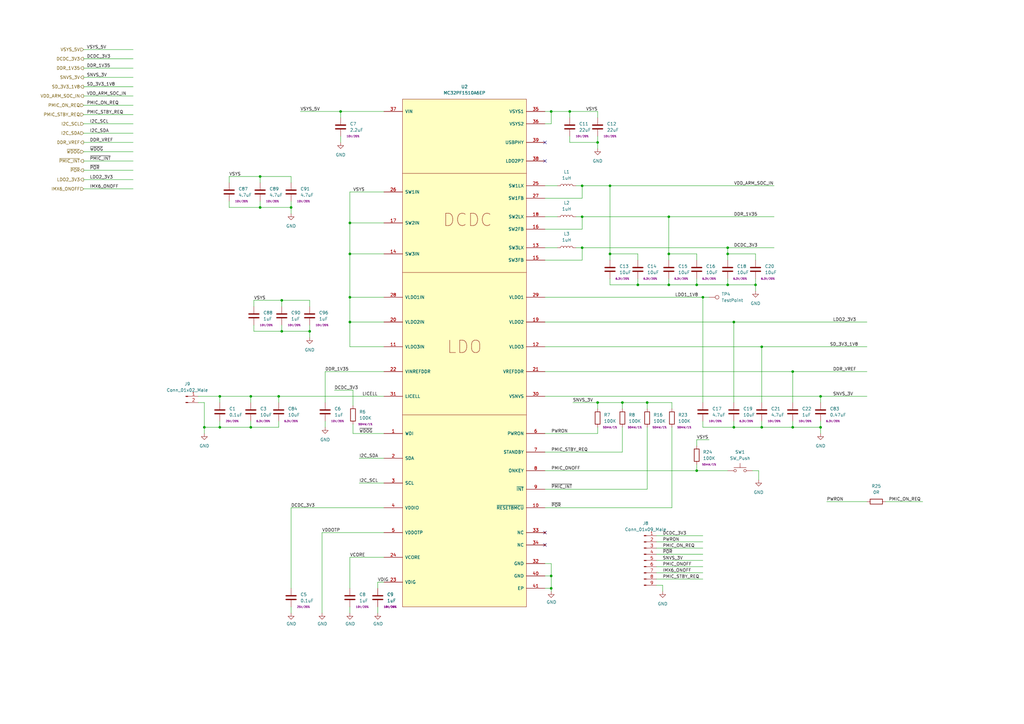
<source format=kicad_sch>
(kicad_sch (version 20211123) (generator eeschema)
  (paper "A3")
  (lib_symbols
    (symbol "Connector:Conn_01x02_Male" (pin_names (offset 1.016) hide)
      (property "Reference" "J" (at 0 2.54 0))
      (property "Value" "Conn_01x02_Male" (at 0 -5.08 0))
      (symbol "Conn_01x02_Male_1_1"
        (polyline (pts (xy 1.27 -2.54) (xy 0.8636 -2.54)) (stroke (width 0.1524)))
        (polyline (pts (xy 1.27 0) (xy 0.8636 0)) (stroke (width 0.1524)))
        (rectangle (start 0.8636 -2.413) (end 0 -2.667) (stroke (width 0.1524)) (fill (type outline)))
        (rectangle (start 0.8636 0.127) (end 0 -0.127) (stroke (width 0.1524)) (fill (type outline)))
        (pin passive line (at 5.08 0 180) (length 3.81) (name "Pin_1") (number "1"))
        (pin passive line (at 5.08 -2.54 180) (length 3.81) (name "Pin_2") (number "2"))
      )
    )
    (symbol "Connector:Conn_01x09_Male" (pin_names (offset 1.016) hide)
      (property "Reference" "J" (at 0 12.7 0))
      (property "Value" "Conn_01x09_Male" (at 0 -12.7 0))
      (symbol "Conn_01x09_Male_1_1"
        (polyline (pts (xy 1.27 -10.16) (xy 0.8636 -10.16)) (stroke (width 0.1524)))
        (polyline (pts (xy 1.27 -7.62) (xy 0.8636 -7.62)) (stroke (width 0.1524)))
        (polyline (pts (xy 1.27 -5.08) (xy 0.8636 -5.08)) (stroke (width 0.1524)))
        (polyline (pts (xy 1.27 -2.54) (xy 0.8636 -2.54)) (stroke (width 0.1524)))
        (polyline (pts (xy 1.27 0) (xy 0.8636 0)) (stroke (width 0.1524)))
        (polyline (pts (xy 1.27 2.54) (xy 0.8636 2.54)) (stroke (width 0.1524)))
        (polyline (pts (xy 1.27 5.08) (xy 0.8636 5.08)) (stroke (width 0.1524)))
        (polyline (pts (xy 1.27 7.62) (xy 0.8636 7.62)) (stroke (width 0.1524)))
        (polyline (pts (xy 1.27 10.16) (xy 0.8636 10.16)) (stroke (width 0.1524)))
        (rectangle (start 0.8636 -10.033) (end 0 -10.287) (stroke (width 0.1524)) (fill (type outline)))
        (rectangle (start 0.8636 -7.493) (end 0 -7.747) (stroke (width 0.1524)) (fill (type outline)))
        (rectangle (start 0.8636 -4.953) (end 0 -5.207) (stroke (width 0.1524)) (fill (type outline)))
        (rectangle (start 0.8636 -2.413) (end 0 -2.667) (stroke (width 0.1524)) (fill (type outline)))
        (rectangle (start 0.8636 0.127) (end 0 -0.127) (stroke (width 0.1524)) (fill (type outline)))
        (rectangle (start 0.8636 2.667) (end 0 2.413) (stroke (width 0.1524)) (fill (type outline)))
        (rectangle (start 0.8636 5.207) (end 0 4.953) (stroke (width 0.1524)) (fill (type outline)))
        (rectangle (start 0.8636 7.747) (end 0 7.493) (stroke (width 0.1524)) (fill (type outline)))
        (rectangle (start 0.8636 10.287) (end 0 10.033) (stroke (width 0.1524)) (fill (type outline)))
        (pin passive line (at 5.08 10.16 180) (length 3.81) (name "Pin_1") (number "1"))
        (pin passive line (at 5.08 7.62 180) (length 3.81) (name "Pin_2") (number "2"))
        (pin passive line (at 5.08 5.08 180) (length 3.81) (name "Pin_3") (number "3"))
        (pin passive line (at 5.08 2.54 180) (length 3.81) (name "Pin_4") (number "4"))
        (pin passive line (at 5.08 0 180) (length 3.81) (name "Pin_5") (number "5"))
        (pin passive line (at 5.08 -2.54 180) (length 3.81) (name "Pin_6") (number "6"))
        (pin passive line (at 5.08 -5.08 180) (length 3.81) (name "Pin_7") (number "7"))
        (pin passive line (at 5.08 -7.62 180) (length 3.81) (name "Pin_8") (number "8"))
        (pin passive line (at 5.08 -10.16 180) (length 3.81) (name "Pin_9") (number "9"))
      )
    )
    (symbol "Connector:TestPoint" (pin_numbers hide) (pin_names (offset 0.762) hide)
      (property "Reference" "TP" (at 0 6.858 0))
      (property "Value" "TestPoint" (at 0 5.08 0))
      (symbol "TestPoint_0_1"
        (circle (center 0 3.302) (radius 0.762))
      )
      (symbol "TestPoint_1_1"
        (pin passive line (at 0 0 90) (length 2.54) (name "1") (number "1"))
      )
    )
    (symbol "Device:C" (pin_numbers hide) (pin_names (offset 0.254))
      (property "Reference" "C" (at 0.635 2.54 0))
      (property "Value" "C" (at 0.635 -2.54 0))
      (symbol "C_0_1"
        (polyline (pts (xy -2.032 -0.762) (xy 2.032 -0.762)) (stroke (width 0.508)))
        (polyline (pts (xy -2.032 0.762) (xy 2.032 0.762)) (stroke (width 0.508)))
      )
      (symbol "C_1_1"
        (pin passive line (at 0 3.81 270) (length 2.794) (name "~") (number "1"))
        (pin passive line (at 0 -3.81 90) (length 2.794) (name "~") (number "2"))
      )
    )
    (symbol "Device:L" (pin_numbers hide) (pin_names (offset 1.016) hide)
      (property "Reference" "L" (at -1.27 0 90))
      (property "Value" "L" (at 1.905 0 90))
      (symbol "L_0_1"
        (arc (start 0 -2.54) (mid 0.635 -1.905) (end 0 -1.27))
        (arc (start 0 -1.27) (mid 0.635 -0.635) (end 0 0))
        (arc (start 0 0) (mid 0.635 0.635) (end 0 1.27))
        (arc (start 0 1.27) (mid 0.635 1.905) (end 0 2.54))
      )
      (symbol "L_1_1"
        (pin passive line (at 0 3.81 270) (length 1.27) (name "1") (number "1"))
        (pin passive line (at 0 -3.81 90) (length 1.27) (name "2") (number "2"))
      )
    )
    (symbol "Device:R" (pin_numbers hide) (pin_names (offset 0))
      (property "Reference" "R" (at 2.032 0 90))
      (property "Value" "R" (at 0 0 90))
      (symbol "R_0_1"
        (rectangle (start -1.016 -2.54) (end 1.016 2.54) (stroke (width 0.254)))
      )
      (symbol "R_1_1"
        (pin passive line (at 0 3.81 270) (length 1.27) (name "~") (number "1"))
        (pin passive line (at 0 -3.81 90) (length 1.27) (name "~") (number "2"))
      )
    )
    (symbol "Switch:SW_Push" (pin_numbers hide) (pin_names (offset 1.016) hide)
      (property "Reference" "SW" (at 1.27 2.54 0))
      (property "Value" "SW_Push" (at 0 -1.524 0))
      (symbol "SW_Push_0_1"
        (circle (center -2.032 0) (radius 0.508))
        (polyline (pts (xy 0 1.27) (xy 0 3.048)))
        (polyline (pts (xy 2.54 1.27) (xy -2.54 1.27)))
        (circle (center 2.032 0) (radius 0.508))
        (pin passive line (at -5.08 0 0) (length 2.54) (name "1") (number "1"))
        (pin passive line (at 5.08 0 180) (length 2.54) (name "2") (number "2"))
      )
    )
    (symbol "power:GND" (power) (pin_names (offset 0))
      (property "Value" "GND" (at 0 -3.81 0))
      (symbol "GND_0_1"
        (polyline (pts (xy 0 0) (xy 0 -1.27) (xy 1.27 -1.27) (xy 0 -2.54) (xy -1.27 -1.27) (xy 0 -1.27)))
      )
      (symbol "GND_1_1"
        (pin power_in line (at 0 0 270) (length 0) hide (name "GND") (number "1"))
      )
    )
    (symbol "qsbc-zero:MC32PF1510A6EP" (pin_names (offset 1.016))
      (property "Reference" "U" (at -25.4 -209.55 0))
      (property "Value" "MC32PF1510A6EP" (at 16.51 -209.55 0))
      (symbol "MC32PF1510A6EP_0_0"
        (polyline (pts (xy -26.67 -129.54) (xy 24.13 -129.54)))
        (text "DCDC" (at 0 -49.53 0) (effects (font (size 5.08 5.08))))
        (text "LDO" (at -1.27 -101.6 0) (effects (font (size 5.08 5.08))))
      )
      (symbol "MC32PF1510A6EP_0_1"
        (polyline (pts (xy -26.67 -30.48) (xy 24.13 -30.48)))
        (polyline (pts (xy 24.13 -71.12) (xy -26.67 -71.12)))
      )
      (symbol "MC32PF1510A6EP_1_1"
        (rectangle (start -26.67 0) (end 24.13 -208.28) (fill (type background)))
        (pin input line (at -34.29 -137.16 0) (length 7.62) (name "WDI") (number "1"))
        (pin output line (at 31.75 -167.64 180) (length 7.62) (name "~{RESETBMCU}") (number "10"))
        (pin power_in line (at -34.29 -101.6 0) (length 7.62) (name "VLDO3IN") (number "11"))
        (pin power_out line (at 31.75 -101.6 180) (length 7.62) (name "VLDO3") (number "12"))
        (pin power_out line (at 31.75 -60.96 180) (length 7.62) (name "SW3LX") (number "13"))
        (pin power_in line (at -34.29 -63.5 0) (length 7.62) (name "SW3IN") (number "14"))
        (pin input line (at 31.75 -66.04 180) (length 7.62) (name "SW3FB") (number "15"))
        (pin input line (at 31.75 -53.34 180) (length 7.62) (name "SW2FB") (number "16"))
        (pin power_in line (at -34.29 -50.8 0) (length 7.62) (name "SW2IN") (number "17"))
        (pin power_out line (at 31.75 -48.26 180) (length 7.62) (name "SW2LX") (number "18"))
        (pin power_out line (at 31.75 -91.44 180) (length 7.62) (name "VLDO2") (number "19"))
        (pin input line (at -34.29 -147.32 0) (length 7.62) (name "SDA") (number "2"))
        (pin power_in line (at -34.29 -91.44 0) (length 7.62) (name "VLDO2IN") (number "20"))
        (pin power_out line (at 31.75 -111.76 180) (length 7.62) (name "VREFDDR") (number "21"))
        (pin power_in line (at -34.29 -111.76 0) (length 7.62) (name "VINREFDDR") (number "22"))
        (pin input line (at -34.29 -198.12 0) (length 7.62) (name "VDIG") (number "23"))
        (pin input line (at -34.29 -187.96 0) (length 7.62) (name "VCORE") (number "24"))
        (pin power_out line (at 31.75 -35.56 180) (length 7.62) (name "SW1LX") (number "25"))
        (pin power_in line (at -34.29 -38.1 0) (length 7.62) (name "SW1IN") (number "26"))
        (pin input line (at 31.75 -40.64 180) (length 7.62) (name "SW1FB") (number "27"))
        (pin power_in line (at -34.29 -81.28 0) (length 7.62) (name "VLDO1IN") (number "28"))
        (pin power_out line (at 31.75 -81.28 180) (length 7.62) (name "VLDO1") (number "29"))
        (pin input line (at -34.29 -157.48 0) (length 7.62) (name "SCL") (number "3"))
        (pin power_out line (at 31.75 -121.92 180) (length 7.62) (name "VSNVS") (number "30"))
        (pin input line (at -34.29 -121.92 0) (length 7.62) (name "LICELL") (number "31"))
        (pin power_in line (at 31.75 -190.5 180) (length 7.62) (name "GND") (number "32"))
        (pin no_connect line (at 31.75 -177.8 180) (length 7.62) (name "NC") (number "33"))
        (pin no_connect line (at 31.75 -182.88 180) (length 7.62) (name "NC") (number "34"))
        (pin power_out line (at 31.75 -5.08 180) (length 7.62) (name "VSYS1") (number "35"))
        (pin passive line (at 31.75 -10.16 180) (length 7.62) (name "VSYS2") (number "36"))
        (pin power_in line (at -34.29 -5.08 0) (length 7.62) (name "VIN") (number "37"))
        (pin power_out line (at 31.75 -25.4 180) (length 7.62) (name "LDO2P7") (number "38"))
        (pin power_out line (at 31.75 -17.78 180) (length 7.62) (name "USBPHY") (number "39"))
        (pin power_in line (at -34.29 -167.64 0) (length 7.62) (name "VDDIO") (number "4"))
        (pin power_in line (at 31.75 -195.58 180) (length 7.62) (name "GND") (number "40"))
        (pin power_in line (at 31.75 -200.66 180) (length 7.62) (name "EP") (number "41"))
        (pin power_in line (at -34.29 -177.8 0) (length 7.62) (name "VDDOTP") (number "5"))
        (pin input line (at 31.75 -137.16 180) (length 7.62) (name "PWRON") (number "6"))
        (pin input line (at 31.75 -144.78 180) (length 7.62) (name "STANDBY") (number "7"))
        (pin input line (at 31.75 -152.4 180) (length 7.62) (name "ONKEY") (number "8"))
        (pin output line (at 31.75 -160.02 180) (length 7.62) (name "~{INT}") (number "9"))
      )
    )
  )
  (junction (at 115.57 123.19))
  (junction (at 336.55 162.56))
  (junction (at 250.19 76.2))
  (junction (at 233.68 45.72))
  (junction (at 245.11 165.1))
  (junction (at 143.51 91.44))
  (junction (at 325.12 175.26))
  (junction (at 261.62 116.84))
  (junction (at 245.11 58.42))
  (junction (at 300.99 175.26))
  (junction (at 238.76 88.9))
  (junction (at 250.19 104.14))
  (junction (at 115.57 135.89))
  (junction (at 285.75 116.84))
  (junction (at 325.12 152.4))
  (junction (at 288.29 121.92))
  (junction (at 143.51 104.14))
  (junction (at 127 135.89))
  (junction (at 312.42 142.24))
  (junction (at 114.3 162.56))
  (junction (at 90.17 162.56))
  (junction (at 139.7 45.72))
  (junction (at 90.17 175.26))
  (junction (at 119.38 85.09))
  (junction (at 336.55 175.26))
  (junction (at 226.06 45.72))
  (junction (at 226.06 236.22))
  (junction (at 285.75 193.04))
  (junction (at 300.99 132.08))
  (junction (at 274.32 116.84))
  (junction (at 312.42 175.26))
  (junction (at 238.76 101.6))
  (junction (at 226.06 241.3))
  (junction (at 298.45 104.14))
  (junction (at 106.68 85.09))
  (junction (at 298.45 101.6))
  (junction (at 274.32 104.14))
  (junction (at 255.27 165.1))
  (junction (at 298.45 116.84))
  (junction (at 106.68 72.39))
  (junction (at 143.51 121.92))
  (junction (at 143.51 132.08))
  (junction (at 274.32 88.9))
  (junction (at 83.82 175.26))
  (junction (at 238.76 76.2))
  (junction (at 102.87 162.56))
  (junction (at 265.43 165.1))
  (junction (at 309.88 116.84))
  (junction (at 102.87 175.26))
  (no_connect (at 223.52 66.04))
  (no_connect (at 223.52 58.42))
  (no_connect (at 223.52 223.52))
  (no_connect (at 223.52 218.44))
  (wire (pts (xy 133.35 165.1) (xy 133.35 152.4)))
  (wire (pts (xy 285.75 180.34) (xy 290.83 180.34)))
  (wire (pts (xy 274.32 104.14) (xy 274.32 106.68)))
  (wire (pts (xy 265.43 175.26) (xy 265.43 200.66)))
  (wire (pts (xy 238.76 76.2) (xy 250.19 76.2)))
  (wire (pts (xy 255.27 165.1) (xy 265.43 165.1)))
  (wire (pts (xy 223.52 45.72) (xy 226.06 45.72)))
  (wire (pts (xy 311.15 193.04) (xy 308.61 193.04)))
  (wire (pts (xy 298.45 114.3) (xy 298.45 116.84)))
  (wire (pts (xy 123.19 45.72) (xy 139.7 45.72)))
  (wire (pts (xy 238.76 106.68) (xy 238.76 101.6)))
  (wire (pts (xy 115.57 123.19) (xy 115.57 125.73)))
  (wire (pts (xy 34.29 31.75) (xy 54.61 31.75)))
  (wire (pts (xy 223.52 106.68) (xy 238.76 106.68)))
  (wire (pts (xy 115.57 135.89) (xy 115.57 133.35)))
  (wire (pts (xy 226.06 231.14) (xy 223.52 231.14)))
  (wire (pts (xy 275.59 175.26) (xy 275.59 208.28)))
  (wire (pts (xy 309.88 114.3) (xy 309.88 116.84)))
  (wire (pts (xy 309.88 106.68) (xy 309.88 104.14)))
  (wire (pts (xy 298.45 104.14) (xy 298.45 106.68)))
  (wire (pts (xy 288.29 175.26) (xy 300.99 175.26)))
  (wire (pts (xy 154.94 248.92) (xy 154.94 251.46)))
  (wire (pts (xy 115.57 135.89) (xy 127 135.89)))
  (wire (pts (xy 250.19 76.2) (xy 250.19 104.14)))
  (wire (pts (xy 238.76 76.2) (xy 238.76 81.28)))
  (wire (pts (xy 238.76 88.9) (xy 236.22 88.9)))
  (wire (pts (xy 157.48 78.74) (xy 143.51 78.74)))
  (wire (pts (xy 147.32 198.12) (xy 157.48 198.12)))
  (wire (pts (xy 34.29 43.18) (xy 54.61 43.18)))
  (wire (pts (xy 119.38 208.28) (xy 119.38 241.3)))
  (wire (pts (xy 285.75 193.04) (xy 298.45 193.04)))
  (wire (pts (xy 311.15 196.85) (xy 311.15 193.04)))
  (wire (pts (xy 119.38 85.09) (xy 119.38 87.63)))
  (wire (pts (xy 312.42 172.72) (xy 312.42 175.26)))
  (wire (pts (xy 34.29 27.94) (xy 54.61 27.94)))
  (wire (pts (xy 269.24 237.49) (xy 288.29 237.49)))
  (wire (pts (xy 114.3 162.56) (xy 114.3 165.1)))
  (wire (pts (xy 223.52 241.3) (xy 226.06 241.3)))
  (wire (pts (xy 238.76 88.9) (xy 274.32 88.9)))
  (wire (pts (xy 102.87 175.26) (xy 90.17 175.26)))
  (wire (pts (xy 269.24 227.33) (xy 288.29 227.33)))
  (wire (pts (xy 245.11 165.1) (xy 255.27 165.1)))
  (wire (pts (xy 34.29 35.56) (xy 54.61 35.56)))
  (wire (pts (xy 233.68 45.72) (xy 233.68 48.26)))
  (wire (pts (xy 274.32 114.3) (xy 274.32 116.84)))
  (wire (pts (xy 34.29 46.99) (xy 54.61 46.99)))
  (wire (pts (xy 312.42 142.24) (xy 355.6 142.24)))
  (wire (pts (xy 139.7 48.26) (xy 139.7 45.72)))
  (wire (pts (xy 238.76 93.98) (xy 238.76 88.9)))
  (wire (pts (xy 132.08 218.44) (xy 157.48 218.44)))
  (wire (pts (xy 298.45 101.6) (xy 317.5 101.6)))
  (wire (pts (xy 298.45 116.84) (xy 309.88 116.84)))
  (wire (pts (xy 223.52 132.08) (xy 300.99 132.08)))
  (wire (pts (xy 223.52 200.66) (xy 265.43 200.66)))
  (wire (pts (xy 223.52 81.28) (xy 238.76 81.28)))
  (wire (pts (xy 223.52 162.56) (xy 336.55 162.56)))
  (wire (pts (xy 133.35 152.4) (xy 157.48 152.4)))
  (wire (pts (xy 102.87 162.56) (xy 102.87 165.1)))
  (wire (pts (xy 90.17 162.56) (xy 102.87 162.56)))
  (wire (pts (xy 106.68 85.09) (xy 119.38 85.09)))
  (wire (pts (xy 298.45 104.14) (xy 309.88 104.14)))
  (wire (pts (xy 83.82 175.26) (xy 83.82 165.1)))
  (wire (pts (xy 34.29 24.13) (xy 54.61 24.13)))
  (wire (pts (xy 250.19 114.3) (xy 250.19 116.84)))
  (wire (pts (xy 238.76 101.6) (xy 298.45 101.6)))
  (wire (pts (xy 114.3 162.56) (xy 157.48 162.56)))
  (wire (pts (xy 119.38 208.28) (xy 157.48 208.28)))
  (wire (pts (xy 261.62 116.84) (xy 274.32 116.84)))
  (wire (pts (xy 309.88 116.84) (xy 309.88 119.38)))
  (wire (pts (xy 223.52 93.98) (xy 238.76 93.98)))
  (wire (pts (xy 223.52 101.6) (xy 228.6 101.6)))
  (wire (pts (xy 261.62 106.68) (xy 261.62 104.14)))
  (wire (pts (xy 274.32 88.9) (xy 317.5 88.9)))
  (wire (pts (xy 144.78 177.8) (xy 157.48 177.8)))
  (wire (pts (xy 285.75 106.68) (xy 285.75 104.14)))
  (wire (pts (xy 226.06 45.72) (xy 233.68 45.72)))
  (wire (pts (xy 223.52 142.24) (xy 312.42 142.24)))
  (wire (pts (xy 157.48 104.14) (xy 143.51 104.14)))
  (wire (pts (xy 226.06 241.3) (xy 226.06 242.57)))
  (wire (pts (xy 250.19 104.14) (xy 250.19 106.68)))
  (wire (pts (xy 104.14 133.35) (xy 104.14 135.89)))
  (wire (pts (xy 250.19 116.84) (xy 261.62 116.84)))
  (wire (pts (xy 127 135.89) (xy 127 133.35)))
  (wire (pts (xy 143.51 228.6) (xy 157.48 228.6)))
  (wire (pts (xy 223.52 76.2) (xy 228.6 76.2)))
  (wire (pts (xy 325.12 152.4) (xy 355.6 152.4)))
  (wire (pts (xy 90.17 162.56) (xy 90.17 165.1)))
  (wire (pts (xy 90.17 172.72) (xy 90.17 175.26)))
  (wire (pts (xy 325.12 172.72) (xy 325.12 175.26)))
  (wire (pts (xy 236.22 76.2) (xy 238.76 76.2)))
  (wire (pts (xy 298.45 101.6) (xy 298.45 104.14)))
  (wire (pts (xy 238.76 101.6) (xy 236.22 101.6)))
  (wire (pts (xy 104.14 135.89) (xy 115.57 135.89)))
  (wire (pts (xy 119.38 85.09) (xy 119.38 82.55)))
  (wire (pts (xy 143.51 228.6) (xy 143.51 241.3)))
  (wire (pts (xy 271.78 240.03) (xy 271.78 242.57)))
  (wire (pts (xy 245.11 165.1) (xy 245.11 167.64)))
  (wire (pts (xy 34.29 73.66) (xy 54.61 73.66)))
  (wire (pts (xy 102.87 172.72) (xy 102.87 175.26)))
  (wire (pts (xy 90.17 175.26) (xy 83.82 175.26)))
  (wire (pts (xy 157.48 132.08) (xy 143.51 132.08)))
  (wire (pts (xy 104.14 123.19) (xy 104.14 125.73)))
  (wire (pts (xy 106.68 72.39) (xy 106.68 74.93)))
  (wire (pts (xy 288.29 121.92) (xy 290.83 121.92)))
  (wire (pts (xy 285.75 193.04) (xy 285.75 190.5)))
  (wire (pts (xy 312.42 175.26) (xy 325.12 175.26)))
  (wire (pts (xy 336.55 162.56) (xy 355.6 162.56)))
  (wire (pts (xy 133.35 172.72) (xy 133.35 175.26)))
  (wire (pts (xy 226.06 241.3) (xy 226.06 236.22)))
  (wire (pts (xy 325.12 175.26) (xy 336.55 175.26)))
  (wire (pts (xy 223.52 121.92) (xy 288.29 121.92)))
  (wire (pts (xy 274.32 116.84) (xy 285.75 116.84)))
  (wire (pts (xy 223.52 193.04) (xy 285.75 193.04)))
  (wire (pts (xy 312.42 142.24) (xy 312.42 165.1)))
  (wire (pts (xy 269.24 219.71) (xy 288.29 219.71)))
  (wire (pts (xy 93.98 85.09) (xy 106.68 85.09)))
  (wire (pts (xy 119.38 72.39) (xy 106.68 72.39)))
  (wire (pts (xy 157.48 91.44) (xy 143.51 91.44)))
  (wire (pts (xy 223.52 177.8) (xy 245.11 177.8)))
  (wire (pts (xy 223.52 208.28) (xy 275.59 208.28)))
  (wire (pts (xy 93.98 82.55) (xy 93.98 85.09)))
  (wire (pts (xy 336.55 175.26) (xy 336.55 177.8)))
  (wire (pts (xy 143.51 78.74) (xy 143.51 91.44)))
  (wire (pts (xy 234.95 165.1) (xy 245.11 165.1)))
  (wire (pts (xy 223.52 152.4) (xy 325.12 152.4)))
  (wire (pts (xy 114.3 172.72) (xy 114.3 175.26)))
  (wire (pts (xy 265.43 165.1) (xy 265.43 167.64)))
  (wire (pts (xy 255.27 175.26) (xy 255.27 185.42)))
  (wire (pts (xy 157.48 142.24) (xy 143.51 142.24)))
  (wire (pts (xy 269.24 222.25) (xy 288.29 222.25)))
  (wire (pts (xy 275.59 165.1) (xy 275.59 167.64)))
  (wire (pts (xy 250.19 104.14) (xy 261.62 104.14)))
  (wire (pts (xy 139.7 55.88) (xy 139.7 58.42)))
  (wire (pts (xy 143.51 91.44) (xy 143.51 104.14)))
  (wire (pts (xy 245.11 45.72) (xy 245.11 48.26)))
  (wire (pts (xy 269.24 234.95) (xy 288.29 234.95)))
  (wire (pts (xy 223.52 185.42) (xy 255.27 185.42)))
  (wire (pts (xy 250.19 76.2) (xy 317.5 76.2)))
  (wire (pts (xy 226.06 50.8) (xy 226.06 45.72)))
  (wire (pts (xy 93.98 72.39) (xy 93.98 74.93)))
  (wire (pts (xy 269.24 229.87) (xy 288.29 229.87)))
  (wire (pts (xy 34.29 58.42) (xy 54.61 58.42)))
  (wire (pts (xy 106.68 72.39) (xy 93.98 72.39)))
  (wire (pts (xy 274.32 88.9) (xy 274.32 104.14)))
  (wire (pts (xy 132.08 218.44) (xy 132.08 251.46)))
  (wire (pts (xy 34.29 39.37) (xy 54.61 39.37)))
  (wire (pts (xy 143.51 248.92) (xy 143.51 251.46)))
  (wire (pts (xy 157.48 121.92) (xy 143.51 121.92)))
  (wire (pts (xy 336.55 175.26) (xy 336.55 172.72)))
  (wire (pts (xy 139.7 45.72) (xy 157.48 45.72)))
  (wire (pts (xy 245.11 177.8) (xy 245.11 175.26)))
  (wire (pts (xy 115.57 123.19) (xy 104.14 123.19)))
  (wire (pts (xy 223.52 88.9) (xy 228.6 88.9)))
  (wire (pts (xy 34.29 66.04) (xy 54.61 66.04)))
  (wire (pts (xy 285.75 116.84) (xy 298.45 116.84)))
  (wire (pts (xy 154.94 238.76) (xy 154.94 241.3)))
  (wire (pts (xy 102.87 162.56) (xy 114.3 162.56)))
  (wire (pts (xy 143.51 121.92) (xy 143.51 132.08)))
  (wire (pts (xy 245.11 55.88) (xy 245.11 58.42)))
  (wire (pts (xy 223.52 50.8) (xy 226.06 50.8)))
  (wire (pts (xy 261.62 114.3) (xy 261.62 116.84)))
  (wire (pts (xy 269.24 232.41) (xy 288.29 232.41)))
  (wire (pts (xy 34.29 69.85) (xy 54.61 69.85)))
  (wire (pts (xy 106.68 85.09) (xy 106.68 82.55)))
  (wire (pts (xy 300.99 132.08) (xy 355.6 132.08)))
  (wire (pts (xy 300.99 172.72) (xy 300.99 175.26)))
  (wire (pts (xy 102.87 175.26) (xy 114.3 175.26)))
  (wire (pts (xy 119.38 74.93) (xy 119.38 72.39)))
  (wire (pts (xy 34.29 54.61) (xy 54.61 54.61)))
  (wire (pts (xy 127 135.89) (xy 127 138.43)))
  (wire (pts (xy 127 125.73) (xy 127 123.19)))
  (wire (pts (xy 226.06 236.22) (xy 226.06 231.14)))
  (wire (pts (xy 144.78 160.02) (xy 144.78 166.37)))
  (wire (pts (xy 245.11 58.42) (xy 245.11 60.96)))
  (wire (pts (xy 233.68 45.72) (xy 245.11 45.72)))
  (wire (pts (xy 300.99 132.08) (xy 300.99 165.1)))
  (wire (pts (xy 269.24 224.79) (xy 288.29 224.79)))
  (wire (pts (xy 255.27 165.1) (xy 255.27 167.64)))
  (wire (pts (xy 127 123.19) (xy 115.57 123.19)))
  (wire (pts (xy 147.32 187.96) (xy 157.48 187.96)))
  (wire (pts (xy 363.22 205.74) (xy 378.46 205.74)))
  (wire (pts (xy 300.99 175.26) (xy 312.42 175.26)))
  (wire (pts (xy 34.29 62.23) (xy 54.61 62.23)))
  (wire (pts (xy 144.78 173.99) (xy 144.78 177.8)))
  (wire (pts (xy 336.55 162.56) (xy 336.55 165.1)))
  (wire (pts (xy 265.43 165.1) (xy 275.59 165.1)))
  (wire (pts (xy 83.82 175.26) (xy 83.82 177.8)))
  (wire (pts (xy 288.29 172.72) (xy 288.29 175.26)))
  (wire (pts (xy 269.24 240.03) (xy 271.78 240.03)))
  (wire (pts (xy 34.29 20.32) (xy 54.61 20.32)))
  (wire (pts (xy 157.48 238.76) (xy 154.94 238.76)))
  (wire (pts (xy 325.12 152.4) (xy 325.12 165.1)))
  (wire (pts (xy 119.38 248.92) (xy 119.38 251.46)))
  (wire (pts (xy 339.09 205.74) (xy 355.6 205.74)))
  (wire (pts (xy 81.28 162.56) (xy 90.17 162.56)))
  (wire (pts (xy 143.51 132.08) (xy 143.51 142.24)))
  (wire (pts (xy 285.75 114.3) (xy 285.75 116.84)))
  (wire (pts (xy 285.75 180.34) (xy 285.75 182.88)))
  (wire (pts (xy 233.68 55.88) (xy 233.68 58.42)))
  (wire (pts (xy 223.52 236.22) (xy 226.06 236.22)))
  (wire (pts (xy 288.29 121.92) (xy 288.29 165.1)))
  (wire (pts (xy 143.51 104.14) (xy 143.51 121.92)))
  (wire (pts (xy 137.16 160.02) (xy 144.78 160.02)))
  (wire (pts (xy 274.32 104.14) (xy 285.75 104.14)))
  (wire (pts (xy 83.82 165.1) (xy 81.28 165.1)))
  (wire (pts (xy 34.29 77.47) (xy 54.61 77.47)))
  (wire (pts (xy 233.68 58.42) (xy 245.11 58.42)))
  (wire (pts (xy 34.29 50.8) (xy 54.61 50.8)))
  (label "DDR_VREF" (at 36.83 58.42 0))
  (label "SNVS_3V" (at 271.78 229.87 0))
  (label "DDR_1V35" (at 35.56 27.94 0))
  (label "I2C_SCL" (at 147.32 198.12 0))
  (label "VDDOTP" (at 132.08 218.44 0))
  (label "I2C_SDA" (at 36.83 54.61 0))
  (label "PMIC_ON_REQ" (at 364.49 205.74 0))
  (label "I2C_SCL" (at 36.83 50.8 0))
  (label "DDR_1V35" (at 133.35 152.4 0))
  (label "PMIC_ONOFF" (at 226.06 193.04 0))
  (label "PMIC_ON_REQ" (at 271.78 224.79 0))
  (label "PWRON" (at 226.06 177.8 0))
  (label "DCDC_3V3" (at 300.99 101.6 0))
  (label "SD_3V3_1V8" (at 340.36 142.24 0))
  (label "SD_3V3_1V8" (at 35.56 35.56 0))
  (label "~{POR}" (at 36.83 69.85 0))
  (label "~{POR}" (at 271.78 227.33 0))
  (label "I2C_SDA" (at 147.32 187.96 0))
  (label "VDIG" (at 154.94 238.76 0))
  (label "PMIC_STBY_REQ" (at 226.06 185.42 0))
  (label "~{PMIC_INT}" (at 226.06 200.66 0))
  (label "LDO2_3V3" (at 341.63 132.08 0))
  (label "PMIC_STBY_REQ" (at 35.56 46.99 0))
  (label "DCDC_3V3" (at 271.78 219.71 0))
  (label "SNVS_3V" (at 35.56 31.75 0))
  (label "DCDC_3V3" (at 35.56 24.13 0))
  (label "SNVS_3V" (at 234.95 165.1 0))
  (label "PWRON" (at 339.09 205.74 0))
  (label "LICELL" (at 148.59 162.56 0))
  (label "DCDC_3V3" (at 119.38 208.28 0))
  (label "IMX6_ONOFF" (at 271.78 234.95 0))
  (label "VSYS" (at 245.11 45.72 180))
  (label "VDD_ARM_SOC_IN" (at 35.56 39.37 0))
  (label "DCDC_3V3" (at 137.16 160.02 0))
  (label "VSYS" (at 104.14 123.19 0))
  (label "IMX6_ONOFF" (at 36.83 77.47 0))
  (label "~{WDOG}" (at 147.32 177.8 0))
  (label "VSYS_5V" (at 35.56 20.32 0))
  (label "VCORE" (at 143.51 228.6 0))
  (label "LDO1_1V8" (at 276.86 121.92 0))
  (label "DDR_1V35" (at 300.99 88.9 0))
  (label "LDO2_3V3" (at 36.83 73.66 0))
  (label "~{POR}" (at 226.06 208.28 0))
  (label "DDR_VREF" (at 341.63 152.4 0))
  (label "SNVS_3V" (at 341.63 162.56 0))
  (label "VSYS" (at 144.78 78.74 0))
  (label "VDD_ARM_SOC_IN" (at 300.99 76.2 0))
  (label "PMIC_ONOFF" (at 271.78 232.41 0))
  (label "PMIC_ON_REQ" (at 35.56 43.18 0))
  (label "PWRON" (at 271.78 222.25 0))
  (label "VSYS" (at 285.75 180.34 0))
  (label "~{PMIC_INT}" (at 36.83 66.04 0))
  (label "VSYS_5V" (at 123.19 45.72 0))
  (label "VSYS" (at 93.98 72.39 0))
  (label "PMIC_STBY_REQ" (at 271.78 237.49 0))
  (label "~{WDOG}" (at 36.83 62.23 0))
  (hierarchical_label "DCDC_3V3" (shape output) (at 34.29 24.13 180))
  (hierarchical_label "VSYS_5V" (shape input) (at 34.29 20.32 180))
  (hierarchical_label "~{POR}" (shape output) (at 34.29 69.85 180))
  (hierarchical_label "DDR_1V35" (shape output) (at 34.29 27.94 180))
  (hierarchical_label "VDD_ARM_SOC_IN" (shape output) (at 34.29 39.37 180))
  (hierarchical_label "DDR_VREF" (shape output) (at 34.29 58.42 180))
  (hierarchical_label "I2C_SDA" (shape input) (at 34.29 54.61 180))
  (hierarchical_label "IMX6_ONOFF" (shape input) (at 34.29 77.47 180))
  (hierarchical_label "SNVS_3V" (shape output) (at 34.29 31.75 180))
  (hierarchical_label "~{WDOG}" (shape input) (at 34.29 62.23 180))
  (hierarchical_label "I2C_SCL" (shape input) (at 34.29 50.8 180))
  (hierarchical_label "~{PMIC_INT}" (shape output) (at 34.29 66.04 180))
  (hierarchical_label "PMIC_ON_REQ" (shape input) (at 34.29 43.18 180))
  (hierarchical_label "PMIC_STBY_REQ" (shape input) (at 34.29 46.99 180))
  (hierarchical_label "SD_3V3_1V8" (shape output) (at 34.29 35.56 180))
  (hierarchical_label "LDO2_3V3" (shape output) (at 34.29 73.66 180))
  (symbol (lib_id "Connector:TestPoint") (at 290.83 121.92 270) (unit 1)
    (property "Reference" "TP4" (at 295.91 120.6499 90) (effects (justify left)))
    (property "Value" "TestPoint" (at 295.91 123.1899 90) (effects (justify left)))
    (property "Footprint" "TestPoint:TestPoint_Pad_D1.0mm" (effects hide))
  )
  (symbol (lib_id "Connector:Conn_01x09_Male") (at 264.16 229.87 0) (unit 1)
    (property "Reference" "J8" (at 264.795 214.63 0))
    (property "Value" "Conn_01x09_Male" (at 264.795 217.17 0))
    (property "Footprint" "Connector_PinHeader_1.27mm:PinHeader_1x09_P1.27mm_Vertical" (effects hide))
    (property "DigiKey_PN" "S9014E-09-ND" (effects hide))
    (property "MPN" "GRPB091VWVN-RC" (effects hide))
  )
  (symbol (lib_id "power:GND") (at 133.35 175.26 0) (unit 1)
    (property "Reference" "#PWR0115" (effects hide))
    (property "Value" "GND" (at 133.35 180.34 0))
  )
  (symbol (lib_id "Device:C") (at 104.14 129.54 0) (unit 1)
    (property "Reference" "C88" (at 107.95 128.2699 0) (effects (justify left)))
    (property "Value" "1uF" (at 107.95 130.8099 0) (effects (justify left)))
    (property "Footprint" "Capacitor_SMD:C_0402_1005Metric" (effects hide))
    (property "Rating" "10V/20%" (at 109.22 133.35 0) (effects (font (size 0.762 0.762))))
    (property "DigiKey_PN" "490-13409-1-ND" (effects hide))
    (property "MPN" "GCM155C71A105KE38D" (effects hide))
  )
  (symbol (lib_id "Device:C") (at 261.62 110.49 0) (unit 1)
    (property "Reference" "C14" (at 265.43 109.2199 0) (effects (justify left)))
    (property "Value" "10uF" (at 265.43 111.7599 0) (effects (justify left)))
    (property "Footprint" "Capacitor_SMD:C_0402_1005Metric" (effects hide))
    (property "Rating" "6.3V/20%" (at 266.7 114.3 0) (effects (font (size 0.762 0.762))))
    (property "DigiKey_PN" "490-GRM155R60J106ME05DCT-ND" (effects hide))
    (property "MPN" "GRM155R60J106ME05D" (effects hide))
  )
  (symbol (lib_id "Device:C") (at 143.51 245.11 0) (unit 1)
    (property "Reference" "C8" (at 147.32 243.8399 0) (effects (justify left)))
    (property "Value" "1uF" (at 147.32 246.3799 0) (effects (justify left)))
    (property "Footprint" "Capacitor_SMD:C_0402_1005Metric" (effects hide))
    (property "Rating" "10V/20%" (at 148.59 248.92 0) (effects (font (size 0.762 0.762))))
    (property "DigiKey_PN" "490-13409-1-ND" (effects hide))
    (property "MPN" "GCM155C71A105KE38D" (effects hide))
  )
  (symbol (lib_id "Device:C") (at 288.29 168.91 0) (unit 1)
    (property "Reference" "C17" (at 292.1 167.6399 0) (effects (justify left)))
    (property "Value" "4.7uF" (at 292.1 170.1799 0) (effects (justify left)))
    (property "Footprint" "Capacitor_SMD:C_0402_1005Metric" (effects hide))
    (property "Rating" "10V/20%" (at 293.37 172.72 0) (effects (font (size 0.762 0.762))))
    (property "DigiKey_PN" "1276-1482-1-ND" (effects hide))
    (property "MPN" "CL05A475MP5NRNC" (effects hide))
  )
  (symbol (lib_id "Device:R") (at 255.27 171.45 0) (unit 1)
    (property "Reference" "R8" (at 257.81 170.1799 0) (effects (justify left)))
    (property "Value" "100K" (at 257.81 172.7199 0) (effects (justify left)))
    (property "Footprint" "Resistor_SMD:R_0402_1005Metric" (effects hide))
    (property "Rating" "50mW/1%" (at 260.35 175.26 0) (effects (font (size 0.762 0.762))))
    (property "DigiKey_PN" "CR0402-FX-1003GLFCT-ND" (effects hide))
    (property "MPN" "CR0402-FX-1003GLF" (effects hide))
  )
  (symbol (lib_id "Device:C") (at 274.32 110.49 0) (unit 1)
    (property "Reference" "C15" (at 278.13 109.2199 0) (effects (justify left)))
    (property "Value" "10uF" (at 278.13 111.7599 0) (effects (justify left)))
    (property "Footprint" "Capacitor_SMD:C_0402_1005Metric" (effects hide))
    (property "Rating" "6.3V/20%" (at 279.4 114.3 0) (effects (font (size 0.762 0.762))))
    (property "DigiKey_PN" "490-GRM155R60J106ME05DCT-ND" (effects hide))
    (property "MPN" "GRM155R60J106ME05D" (effects hide))
  )
  (symbol (lib_id "Device:C") (at 93.98 78.74 0) (unit 1)
    (property "Reference" "C87" (at 97.79 77.4699 0) (effects (justify left)))
    (property "Value" "4.7uF" (at 97.79 80.0099 0) (effects (justify left)))
    (property "Footprint" "Capacitor_SMD:C_0402_1005Metric" (effects hide))
    (property "Rating" "10V/20%" (at 99.06 82.55 0) (effects (font (size 0.762 0.762))))
    (property "DigiKey_PN" "1276-1482-1-ND" (effects hide))
    (property "MPN" "CL05A475MP5NRNC" (effects hide))
  )
  (symbol (lib_id "Device:L") (at 232.41 76.2 90) (unit 1)
    (property "Reference" "L1" (at 232.41 70.485 90))
    (property "Value" "1uH" (at 232.41 73.025 90))
    (property "Footprint" "Inductor_SMD:L_0603_1608Metric" (effects hide))
    (property "DigiKey_PN" "490-DFE18SBN1R0ME0LCT-ND" (effects hide))
    (property "MPN" "DFE18SBN1R0ME0L" (effects hide))
  )
  (symbol (lib_id "Device:C") (at 133.35 168.91 0) (unit 1)
    (property "Reference" "C6" (at 137.16 167.6399 0) (effects (justify left)))
    (property "Value" "1uF" (at 137.16 170.1799 0) (effects (justify left)))
    (property "Footprint" "Capacitor_SMD:C_0402_1005Metric" (effects hide))
    (property "Rating" "10V/20%" (at 138.43 172.72 0) (effects (font (size 0.762 0.762))))
    (property "DigiKey_PN" "490-13409-1-ND" (effects hide))
    (property "MPN" "GCM155C71A105KE38D" (effects hide))
  )
  (symbol (lib_id "power:GND") (at 127 138.43 0) (unit 1)
    (property "Reference" "#PWR0181" (effects hide))
    (property "Value" "GND" (at 127 143.51 0))
  )
  (symbol (lib_id "Device:C") (at 119.38 245.11 0) (unit 1)
    (property "Reference" "C5" (at 123.19 243.8399 0) (effects (justify left)))
    (property "Value" "0.1uF" (at 123.19 246.3799 0) (effects (justify left)))
    (property "Footprint" "Capacitor_SMD:C_0402_1005Metric" (effects hide))
    (property "Rating" "25V/20%" (at 124.46 248.92 0) (effects (font (size 0.762 0.762))))
    (property "DigiKey_PN" "490-14603-1-ND" (effects hide))
    (property "MPN" "GRM155R71E104KE14J" (effects hide))
  )
  (symbol (lib_id "power:GND") (at 336.55 177.8 0) (unit 1)
    (property "Reference" "#PWR0112" (effects hide))
    (property "Value" "GND" (at 336.55 182.88 0))
  )
  (symbol (lib_id "Device:C") (at 245.11 52.07 0) (unit 1)
    (property "Reference" "C12" (at 248.92 50.7999 0) (effects (justify left)))
    (property "Value" "22uF" (at 248.92 53.3399 0) (effects (justify left)))
    (property "Footprint" "Capacitor_SMD:C_0603_1608Metric" (effects hide))
    (property "Rating" "10V/20%" (at 250.19 55.88 0) (effects (font (size 0.762 0.762))))
    (property "DigiKey_PN" "1276-1274-1-ND" (effects hide))
    (property "MPN" "CL10A226MP8NUNE" (effects hide))
  )
  (symbol (lib_id "Device:C") (at 114.3 168.91 0) (unit 1)
    (property "Reference" "C84" (at 118.11 167.6399 0) (effects (justify left)))
    (property "Value" "10uF" (at 118.11 170.1799 0) (effects (justify left)))
    (property "Footprint" "Capacitor_SMD:C_0402_1005Metric" (effects hide))
    (property "Rating" "6.3V/20%" (at 119.38 172.72 0) (effects (font (size 0.762 0.762))))
    (property "DigiKey_PN" "490-GRM155R60J106ME05DCT-ND" (effects hide))
    (property "MPN" "GRM155R60J106ME05D" (effects hide))
  )
  (symbol (lib_id "power:GND") (at 132.08 251.46 0) (unit 1)
    (property "Reference" "#PWR0122" (effects hide))
    (property "Value" "GND" (at 132.207 255.8542 0))
  )
  (symbol (lib_id "Device:L") (at 232.41 101.6 90) (unit 1)
    (property "Reference" "L3" (at 232.41 95.885 90))
    (property "Value" "1uH" (at 232.41 98.425 90))
    (property "Footprint" "Inductor_SMD:L_0603_1608Metric" (effects hide))
    (property "DigiKey_PN" "490-DFE18SBN1R0ME0LCT-ND" (effects hide))
    (property "MPN" "DFE18SBN1R0ME0L" (effects hide))
  )
  (symbol (lib_id "Device:C") (at 115.57 129.54 0) (unit 1)
    (property "Reference" "C90" (at 119.38 128.2699 0) (effects (justify left)))
    (property "Value" "1uF" (at 119.38 130.8099 0) (effects (justify left)))
    (property "Footprint" "Capacitor_SMD:C_0402_1005Metric" (effects hide))
    (property "Rating" "10V/20%" (at 120.65 133.35 0) (effects (font (size 0.762 0.762))))
    (property "DigiKey_PN" "490-13409-1-ND" (effects hide))
    (property "MPN" "GCM155C71A105KE38D" (effects hide))
  )
  (symbol (lib_id "power:GND") (at 311.15 196.85 0) (mirror y) (unit 1)
    (property "Reference" "#PWR0113" (effects hide))
    (property "Value" "GND" (at 311.15 201.93 0))
  )
  (symbol (lib_id "power:GND") (at 245.11 60.96 0) (unit 1)
    (property "Reference" "#PWR0114" (effects hide))
    (property "Value" "GND" (at 245.11 66.04 0))
  )
  (symbol (lib_id "Device:C") (at 309.88 110.49 0) (unit 1)
    (property "Reference" "C20" (at 313.69 109.2199 0) (effects (justify left)))
    (property "Value" "10uF" (at 313.69 111.7599 0) (effects (justify left)))
    (property "Footprint" "Capacitor_SMD:C_0402_1005Metric" (effects hide))
    (property "Rating" "6.3V/20%" (at 314.96 114.3 0) (effects (font (size 0.762 0.762))))
    (property "DigiKey_PN" "490-GRM155R60J106ME05DCT-ND" (effects hide))
    (property "MPN" "GRM155R60J106ME05D" (effects hide))
  )
  (symbol (lib_id "Device:C") (at 300.99 168.91 0) (unit 1)
    (property "Reference" "C19" (at 304.8 167.6399 0) (effects (justify left)))
    (property "Value" "10uF" (at 304.8 170.1799 0) (effects (justify left)))
    (property "Footprint" "Capacitor_SMD:C_0402_1005Metric" (effects hide))
    (property "Rating" "6.3V/20%" (at 306.07 172.72 0) (effects (font (size 0.762 0.762))))
    (property "DigiKey_PN" "490-GRM155R60J106ME05DCT-ND" (effects hide))
    (property "MPN" "GRM155R60J106ME05D" (effects hide))
  )
  (symbol (lib_id "Device:C") (at 250.19 110.49 0) (unit 1)
    (property "Reference" "C13" (at 254 109.2199 0) (effects (justify left)))
    (property "Value" "10uF" (at 254 111.7599 0) (effects (justify left)))
    (property "Footprint" "Capacitor_SMD:C_0402_1005Metric" (effects hide))
    (property "Rating" "6.3V/20%" (at 255.27 114.3 0) (effects (font (size 0.762 0.762))))
    (property "DigiKey_PN" "490-GRM155R60J106ME05DCT-ND" (effects hide))
    (property "MPN" "GRM155R60J106ME05D" (effects hide))
  )
  (symbol (lib_id "power:GND") (at 309.88 119.38 0) (unit 1)
    (property "Reference" "#PWR0111" (effects hide))
    (property "Value" "GND" (at 309.88 124.46 0))
  )
  (symbol (lib_id "power:GND") (at 143.51 251.46 0) (unit 1)
    (property "Reference" "#PWR0171" (effects hide))
    (property "Value" "GND" (at 143.637 255.8542 0))
  )
  (symbol (lib_id "Device:C") (at 336.55 168.91 0) (unit 1)
    (property "Reference" "C83" (at 340.36 167.6399 0) (effects (justify left)))
    (property "Value" "0.47uF" (at 340.36 170.1799 0) (effects (justify left)))
    (property "Footprint" "Capacitor_SMD:C_0402_1005Metric" (effects hide))
    (property "Rating" "6.3V/20%" (at 341.63 172.72 0) (effects (font (size 0.762 0.762))))
    (property "DigiKey_PN" "1276-1479-1-ND" (effects hide))
    (property "MPN" "CL05A474KQ5NNNC" (effects hide))
  )
  (symbol (lib_id "Device:C") (at 298.45 110.49 0) (unit 1)
    (property "Reference" "C18" (at 302.26 109.2199 0) (effects (justify left)))
    (property "Value" "10uF" (at 302.26 111.7599 0) (effects (justify left)))
    (property "Footprint" "Capacitor_SMD:C_0402_1005Metric" (effects hide))
    (property "Rating" "6.3V/20%" (at 303.53 114.3 0) (effects (font (size 0.762 0.762))))
    (property "DigiKey_PN" "490-GRM155R60J106ME05DCT-ND" (effects hide))
    (property "MPN" "GRM155R60J106ME05D" (effects hide))
  )
  (symbol (lib_id "Device:R") (at 245.11 171.45 0) (unit 1)
    (property "Reference" "R7" (at 247.65 170.1799 0) (effects (justify left)))
    (property "Value" "100K" (at 247.65 172.7199 0) (effects (justify left)))
    (property "Footprint" "Resistor_SMD:R_0402_1005Metric" (effects hide))
    (property "Rating" "50mW/1%" (at 250.19 175.26 0) (effects (font (size 0.762 0.762))))
    (property "DigiKey_PN" "CR0402-FX-1003GLFCT-ND" (effects hide))
    (property "MPN" "CR0402-FX-1003GLF" (effects hide))
  )
  (symbol (lib_id "Device:R") (at 275.59 171.45 0) (unit 1)
    (property "Reference" "R23" (at 278.13 170.1799 0) (effects (justify left)))
    (property "Value" "100K" (at 278.13 172.7199 0) (effects (justify left)))
    (property "Footprint" "Resistor_SMD:R_0402_1005Metric" (effects hide))
    (property "Rating" "50mW/1%" (at 280.67 175.26 0) (effects (font (size 0.762 0.762))))
    (property "DigiKey_PN" "CR0402-FX-1003GLFCT-ND" (effects hide))
    (property "MPN" "CR0402-FX-1003GLF" (effects hide))
  )
  (symbol (lib_id "power:GND") (at 139.7 58.42 0) (unit 1)
    (property "Reference" "#PWR0117" (effects hide))
    (property "Value" "GND" (at 139.7 63.5 0))
  )
  (symbol (lib_id "Device:C") (at 285.75 110.49 0) (unit 1)
    (property "Reference" "C16" (at 289.56 109.2199 0) (effects (justify left)))
    (property "Value" "10uF" (at 289.56 111.7599 0) (effects (justify left)))
    (property "Footprint" "Capacitor_SMD:C_0402_1005Metric" (effects hide))
    (property "Rating" "6.3V/20%" (at 290.83 114.3 0) (effects (font (size 0.762 0.762))))
    (property "DigiKey_PN" "490-GRM155R60J106ME05DCT-ND" (effects hide))
    (property "MPN" "GRM155R60J106ME05D" (effects hide))
  )
  (symbol (lib_id "Device:C") (at 102.87 168.91 0) (unit 1)
    (property "Reference" "C3" (at 106.68 167.6399 0) (effects (justify left)))
    (property "Value" "10uF" (at 106.68 170.1799 0) (effects (justify left)))
    (property "Footprint" "Capacitor_SMD:C_0402_1005Metric" (effects hide))
    (property "Rating" "6.3V/20%" (at 107.95 172.72 0) (effects (font (size 0.762 0.762))))
    (property "DigiKey_PN" "490-GRM155R60J106ME05DCT-ND" (effects hide))
    (property "MPN" "GRM155R60J106ME05D" (effects hide))
  )
  (symbol (lib_id "power:GND") (at 271.78 242.57 0) (unit 1)
    (property "Reference" "#PWR0182" (effects hide))
    (property "Value" "GND" (at 271.78 247.65 0))
  )
  (symbol (lib_id "Device:C") (at 119.38 78.74 0) (unit 1)
    (property "Reference" "C91" (at 123.19 77.4699 0) (effects (justify left)))
    (property "Value" "4.7uF" (at 123.19 80.0099 0) (effects (justify left)))
    (property "Footprint" "Capacitor_SMD:C_0402_1005Metric" (effects hide))
    (property "Rating" "10V/20%" (at 124.46 82.55 0) (effects (font (size 0.762 0.762))))
    (property "DigiKey_PN" "1276-1482-1-ND" (effects hide))
    (property "MPN" "CL05A475MP5NRNC" (effects hide))
  )
  (symbol (lib_id "Device:C") (at 154.94 245.11 0) (unit 1)
    (property "Reference" "C9" (at 158.75 243.8399 0) (effects (justify left)))
    (property "Value" "1uF" (at 158.75 246.3799 0) (effects (justify left)))
    (property "Footprint" "Capacitor_SMD:C_0402_1005Metric" (effects hide))
    (property "Rating" "10V/20%" (at 160.02 248.92 0) (effects (font (size 0.762 0.762))))
    (property "DigiKey_PN" "490-13409-1-ND" (effects hide))
    (property "MPN" "GCM155C71A105KE38D" (effects hide))
  )
  (symbol (lib_id "Device:R") (at 359.41 205.74 90) (unit 1)
    (property "Reference" "R25" (at 359.41 199.39 90))
    (property "Value" "0R" (at 359.41 201.93 90))
    (property "Footprint" "Resistor_SMD:R_0402_1005Metric" (effects hide))
    (property "DigiKey_PN" "311-0.0LRCT-ND" (effects hide))
    (property "MPN" "RC0402FR-070RL" (effects hide))
  )
  (symbol (lib_id "Connector:Conn_01x02_Male") (at 76.2 162.56 0) (unit 1)
    (property "Reference" "J9" (at 76.835 157.48 0))
    (property "Value" "Conn_01x02_Male" (at 76.835 160.02 0))
    (property "Footprint" "Connector_PinHeader_2.54mm:PinHeader_1x02_P2.54mm_Vertical" (effects hide))
    (property "DigiKey_PN" "S1011EC-02-ND" (effects hide))
    (property "MPN" "PRPC002SAAN-RC" (effects hide))
  )
  (symbol (lib_id "Device:C") (at 139.7 52.07 0) (unit 1)
    (property "Reference" "C7" (at 143.51 50.7999 0) (effects (justify left)))
    (property "Value" "2.2uF" (at 143.51 53.3399 0) (effects (justify left)))
    (property "Footprint" "Capacitor_SMD:C_0402_1005Metric" (effects hide))
    (property "Rating" "10V/20%" (at 144.78 55.88 0) (effects (font (size 0.762 0.762))))
    (property "DigiKey_PN" "1276-1469-1-ND" (effects hide))
    (property "MPN" "CL05A225MQ5NNNC" (effects hide))
  )
  (symbol (lib_id "power:GND") (at 154.94 251.46 0) (unit 1)
    (property "Reference" "#PWR0169" (effects hide))
    (property "Value" "GND" (at 155.067 255.8542 0))
  )
  (symbol (lib_id "power:GND") (at 119.38 251.46 0) (unit 1)
    (property "Reference" "#PWR0170" (effects hide))
    (property "Value" "GND" (at 119.507 255.8542 0))
  )
  (symbol (lib_id "power:GND") (at 83.82 177.8 0) (unit 1)
    (property "Reference" "#PWR0119" (effects hide))
    (property "Value" "GND" (at 83.82 182.88 0))
  )
  (symbol (lib_id "Device:C") (at 90.17 168.91 0) (unit 1)
    (property "Reference" "C1" (at 93.98 167.6399 0) (effects (justify left)))
    (property "Value" "0.1uF" (at 93.98 170.1799 0) (effects (justify left)))
    (property "Footprint" "Capacitor_SMD:C_0402_1005Metric" (effects hide))
    (property "Rating" "25V/20%" (at 95.25 172.72 0) (effects (font (size 0.762 0.762))))
    (property "DigiKey_PN" "490-14603-1-ND" (effects hide))
    (property "MPN" "GRM155R71E104KE14J" (effects hide))
  )
  (symbol (lib_id "Device:C") (at 325.12 168.91 0) (unit 1)
    (property "Reference" "C22" (at 328.93 167.6399 0) (effects (justify left)))
    (property "Value" "1uF" (at 328.93 170.1799 0) (effects (justify left)))
    (property "Footprint" "Capacitor_SMD:C_0402_1005Metric" (effects hide))
    (property "Rating" "10V/20%" (at 330.2 172.72 0) (effects (font (size 0.762 0.762))))
    (property "DigiKey_PN" "490-13409-1-ND" (effects hide))
    (property "MPN" "GCM155C71A105KE38D" (effects hide))
  )
  (symbol (lib_id "Device:C") (at 312.42 168.91 0) (unit 1)
    (property "Reference" "C21" (at 316.23 167.6399 0) (effects (justify left)))
    (property "Value" "4.7uF" (at 316.23 170.1799 0) (effects (justify left)))
    (property "Footprint" "Capacitor_SMD:C_0402_1005Metric" (effects hide))
    (property "Rating" "10V/20%" (at 317.5 172.72 0) (effects (font (size 0.762 0.762))))
    (property "DigiKey_PN" "1276-1482-1-ND" (effects hide))
    (property "MPN" "CL05A475MP5NRNC" (effects hide))
  )
  (symbol (lib_id "Device:R") (at 265.43 171.45 0) (unit 1)
    (property "Reference" "R16" (at 267.97 170.1799 0) (effects (justify left)))
    (property "Value" "100K" (at 267.97 172.7199 0) (effects (justify left)))
    (property "Footprint" "Resistor_SMD:R_0402_1005Metric" (effects hide))
    (property "Rating" "50mW/1%" (at 270.51 175.26 0) (effects (font (size 0.762 0.762))))
    (property "DigiKey_PN" "CR0402-FX-1003GLFCT-ND" (effects hide))
    (property "MPN" "CR0402-FX-1003GLF" (effects hide))
  )
  (symbol (lib_id "Device:C") (at 106.68 78.74 0) (unit 1)
    (property "Reference" "C89" (at 110.49 77.4699 0) (effects (justify left)))
    (property "Value" "4.7uF" (at 110.49 80.0099 0) (effects (justify left)))
    (property "Footprint" "Capacitor_SMD:C_0402_1005Metric" (effects hide))
    (property "Rating" "10V/20%" (at 111.76 82.55 0) (effects (font (size 0.762 0.762))))
    (property "DigiKey_PN" "1276-1482-1-ND" (effects hide))
    (property "MPN" "CL05A475MP5NRNC" (effects hide))
  )
  (symbol (lib_id "power:GND") (at 119.38 87.63 0) (unit 1)
    (property "Reference" "#PWR0180" (effects hide))
    (property "Value" "GND" (at 119.38 92.71 0))
  )
  (symbol (lib_id "Device:R") (at 285.75 186.69 0) (unit 1)
    (property "Reference" "R24" (at 288.29 185.4199 0) (effects (justify left)))
    (property "Value" "100K" (at 288.29 187.9599 0) (effects (justify left)))
    (property "Footprint" "Resistor_SMD:R_0402_1005Metric" (effects hide))
    (property "Rating" "50mW/1%" (at 290.83 190.5 0) (effects (font (size 0.762 0.762))))
    (property "DigiKey_PN" "CR0402-FX-1003GLFCT-ND" (effects hide))
    (property "MPN" "CR0402-FX-1003GLF" (effects hide))
  )
  (symbol (lib_id "Device:C") (at 127 129.54 0) (unit 1)
    (property "Reference" "C96" (at 130.81 128.2699 0) (effects (justify left)))
    (property "Value" "1uF" (at 130.81 130.8099 0) (effects (justify left)))
    (property "Footprint" "Capacitor_SMD:C_0402_1005Metric" (effects hide))
    (property "Rating" "10V/20%" (at 132.08 133.35 0) (effects (font (size 0.762 0.762))))
    (property "DigiKey_PN" "490-13409-1-ND" (effects hide))
    (property "MPN" "GCM155C71A105KE38D" (effects hide))
  )
  (symbol (lib_id "Device:R") (at 144.78 170.18 0) (unit 1)
    (property "Reference" "R6" (at 147.32 168.9099 0) (effects (justify left)))
    (property "Value" "100K" (at 147.32 171.4499 0) (effects (justify left)))
    (property "Footprint" "Resistor_SMD:R_0402_1005Metric" (effects hide))
    (property "Rating" "50mW/1%" (at 149.86 173.99 0) (effects (font (size 0.762 0.762))))
    (property "DigiKey_PN" "CR0402-FX-1003GLFCT-ND" (effects hide))
    (property "MPN" "CR0402-FX-1003GLF" (effects hide))
  )
  (symbol (lib_id "Device:L") (at 232.41 88.9 90) (unit 1)
    (property "Reference" "L2" (at 232.41 83.185 90))
    (property "Value" "1uH" (at 232.41 85.725 90))
    (property "Footprint" "Inductor_SMD:L_0603_1608Metric" (effects hide))
    (property "DigiKey_PN" "490-DFE18SBN1R0ME0LCT-ND" (effects hide))
    (property "MPN" "DFE18SBN1R0ME0L" (effects hide))
  )
  (symbol (lib_id "Switch:SW_Push") (at 303.53 193.04 0) (mirror y) (unit 1)
    (property "Reference" "SW1" (at 303.53 185.42 0))
    (property "Value" "SW_Push" (at 303.53 187.96 0))
    (property "Footprint" "Button_Switch_THT:SW_Tactile_SPST_Angled_PTS645Vx58-2LFS" (effects hide))
    (property "DigiKey_PN" "CKN9120-ND" (effects hide))
    (property "MPN" "PTS645VH58-2 LFS" (effects hide))
  )
  (symbol (lib_id "qsbc-zero:MC32PF1510A6EP") (at 191.77 40.64 0) (unit 1)
    (property "Reference" "U2" (at 190.5 35.56 0))
    (property "Value" "MC32PF1510A6EP" (at 190.5 38.1 0))
    (property "Footprint" "Package_DFN_QFN:QFN-40-1EP_5x5mm_P0.4mm_EP3.8x3.8mm_ThermalVias" (effects hide))
    (property "DigiKey_PN" "MC32PF1510A6EP" (effects hide))
    (property "MPN" "MC32PF1510A6EP" (effects hide))
  )
  (symbol (lib_id "Device:C") (at 233.68 52.07 0) (unit 1)
    (property "Reference" "C11" (at 237.49 50.7999 0) (effects (justify left)))
    (property "Value" "22uF" (at 237.49 53.3399 0) (effects (justify left)))
    (property "Footprint" "Capacitor_SMD:C_0603_1608Metric" (effects hide))
    (property "Rating" "10V/20%" (at 238.76 55.88 0) (effects (font (size 0.762 0.762))))
    (property "DigiKey_PN" "1276-1274-1-ND" (effects hide))
    (property "MPN" "CL10A226MP8NUNE" (effects hide))
  )
  (symbol (lib_id "power:GND") (at 226.06 242.57 0) (unit 1)
    (property "Reference" "#PWR0120" (effects hide))
    (property "Value" "GND" (at 226.187 246.9642 0))
  )
)
</source>
